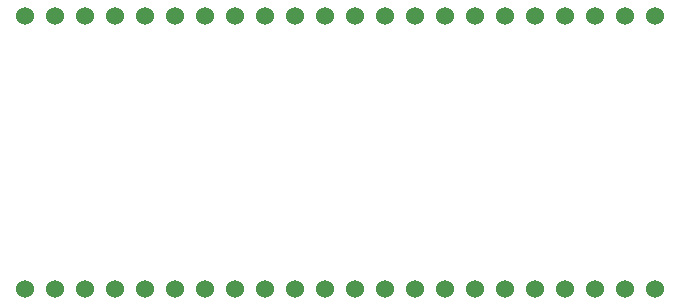
<source format=gbl>
G04 EAGLE Gerber RS-274X export*
G75*
%MOMM*%
%FSLAX34Y34*%
%LPD*%
%INBottom Copper*%
%IPPOS*%
%AMOC8*
5,1,8,0,0,1.08239X$1,22.5*%
G01*
%ADD10C,1.524000*%


D10*
X30480Y264160D03*
X55880Y264160D03*
X81280Y264160D03*
X106680Y264160D03*
X132080Y264160D03*
X157480Y264160D03*
X182880Y264160D03*
X208280Y264160D03*
X233680Y264160D03*
X259080Y264160D03*
X284480Y264160D03*
X309880Y264160D03*
X335280Y264160D03*
X360680Y264160D03*
X386080Y264160D03*
X411480Y264160D03*
X436880Y264160D03*
X462280Y264160D03*
X487680Y264160D03*
X513080Y264160D03*
X538480Y264160D03*
X563880Y264160D03*
X563880Y33020D03*
X538480Y33020D03*
X513080Y33020D03*
X487680Y33020D03*
X462280Y33020D03*
X436880Y33020D03*
X411480Y33020D03*
X386080Y33020D03*
X360680Y33020D03*
X335280Y33020D03*
X309880Y33020D03*
X284480Y33020D03*
X259080Y33020D03*
X233680Y33020D03*
X208280Y33020D03*
X182880Y33020D03*
X157480Y33020D03*
X132080Y33020D03*
X106680Y33020D03*
X81280Y33020D03*
X55880Y33020D03*
X30480Y33020D03*
M02*

</source>
